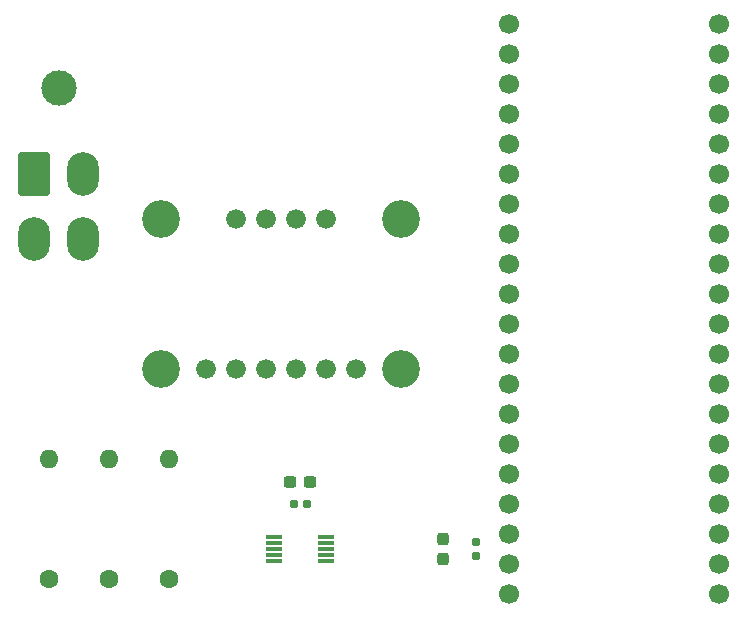
<source format=gbr>
%TF.GenerationSoftware,KiCad,Pcbnew,7.0.1*%
%TF.CreationDate,2023-05-07T00:29:05-04:00*%
%TF.ProjectId,integrated_joystick_dac,696e7465-6772-4617-9465-645f6a6f7973,rev?*%
%TF.SameCoordinates,Original*%
%TF.FileFunction,Soldermask,Top*%
%TF.FilePolarity,Negative*%
%FSLAX46Y46*%
G04 Gerber Fmt 4.6, Leading zero omitted, Abs format (unit mm)*
G04 Created by KiCad (PCBNEW 7.0.1) date 2023-05-07 00:29:05*
%MOMM*%
%LPD*%
G01*
G04 APERTURE LIST*
G04 Aperture macros list*
%AMRoundRect*
0 Rectangle with rounded corners*
0 $1 Rounding radius*
0 $2 $3 $4 $5 $6 $7 $8 $9 X,Y pos of 4 corners*
0 Add a 4 corners polygon primitive as box body*
4,1,4,$2,$3,$4,$5,$6,$7,$8,$9,$2,$3,0*
0 Add four circle primitives for the rounded corners*
1,1,$1+$1,$2,$3*
1,1,$1+$1,$4,$5*
1,1,$1+$1,$6,$7*
1,1,$1+$1,$8,$9*
0 Add four rect primitives between the rounded corners*
20,1,$1+$1,$2,$3,$4,$5,0*
20,1,$1+$1,$4,$5,$6,$7,0*
20,1,$1+$1,$6,$7,$8,$9,0*
20,1,$1+$1,$8,$9,$2,$3,0*%
G04 Aperture macros list end*
%ADD10RoundRect,0.155000X-0.212500X-0.155000X0.212500X-0.155000X0.212500X0.155000X-0.212500X0.155000X0*%
%ADD11RoundRect,0.237500X-0.300000X-0.237500X0.300000X-0.237500X0.300000X0.237500X-0.300000X0.237500X0*%
%ADD12C,3.200000*%
%ADD13C,1.676400*%
%ADD14RoundRect,0.155000X-0.155000X0.212500X-0.155000X-0.212500X0.155000X-0.212500X0.155000X0.212500X0*%
%ADD15RoundRect,0.237500X-0.237500X0.300000X-0.237500X-0.300000X0.237500X-0.300000X0.237500X0.300000X0*%
%ADD16C,3.000000*%
%ADD17RoundRect,0.250001X-1.099999X-1.599999X1.099999X-1.599999X1.099999X1.599999X-1.099999X1.599999X0*%
%ADD18O,2.700000X3.700000*%
%ADD19R,1.400000X0.300000*%
%ADD20O,1.600000X1.600000*%
%ADD21C,1.600000*%
%ADD22C,1.700000*%
G04 APERTURE END LIST*
D10*
%TO.C,C3*%
X155982500Y-80010000D03*
X157117500Y-80010000D03*
%TD*%
D11*
%TO.C,C4*%
X155687500Y-78105000D03*
X157412500Y-78105000D03*
%TD*%
D12*
%TO.C,U3*%
X144780000Y-55880000D03*
X144780000Y-68580000D03*
X165100000Y-55880000D03*
X165100000Y-68580000D03*
D13*
X151130000Y-55880000D03*
X153670000Y-55880000D03*
X156210000Y-55880000D03*
X158750000Y-55880000D03*
X148590000Y-68580000D03*
X151130000Y-68580000D03*
X153670000Y-68580000D03*
X156210000Y-68580000D03*
X158750000Y-68580000D03*
X161290000Y-68580000D03*
%TD*%
D14*
%TO.C,C2*%
X171450000Y-83252500D03*
X171450000Y-84387500D03*
%TD*%
D15*
%TO.C,C1*%
X168656000Y-82957500D03*
X168656000Y-84682500D03*
%TD*%
D16*
%TO.C,J1*%
X136085000Y-44770000D03*
D17*
X133985000Y-52070000D03*
D18*
X138185000Y-52070000D03*
X133985000Y-57570000D03*
X138185000Y-57570000D03*
%TD*%
D19*
%TO.C,U2*%
X154350000Y-82820000D03*
X154350000Y-83320000D03*
X154350000Y-83820000D03*
X154350000Y-84320000D03*
X154350000Y-84820000D03*
X158750000Y-84820000D03*
X158750000Y-84320000D03*
X158750000Y-83820000D03*
X158750000Y-83320000D03*
X158750000Y-82820000D03*
%TD*%
D20*
%TO.C,R3*%
X145415000Y-76200000D03*
D21*
X145415000Y-86360000D03*
%TD*%
D20*
%TO.C,R2*%
X140335000Y-76200000D03*
D21*
X140335000Y-86360000D03*
%TD*%
D20*
%TO.C,R1*%
X135255000Y-76200000D03*
D21*
X135255000Y-86360000D03*
%TD*%
D22*
%TO.C,U1*%
X174243000Y-87630000D03*
X174243000Y-85090000D03*
X174243000Y-82550000D03*
X174243000Y-80010000D03*
X174243000Y-77470000D03*
X174243000Y-74930000D03*
X174243000Y-72390000D03*
X174243000Y-69850000D03*
X174243000Y-67310000D03*
X174243000Y-64770000D03*
X174243000Y-62230000D03*
X174243000Y-59690000D03*
X174243000Y-57150000D03*
X174243000Y-54610000D03*
X174243000Y-52070000D03*
X174243000Y-49530000D03*
X174243000Y-46990000D03*
X174243000Y-44450000D03*
X174243000Y-41910000D03*
X174243000Y-39370000D03*
X192023000Y-39370000D03*
X192023000Y-41910000D03*
X192023000Y-44450000D03*
X192023000Y-46990000D03*
X192023000Y-49530000D03*
X192023000Y-52070000D03*
X192023000Y-54610000D03*
X192023000Y-57150000D03*
X192023000Y-59690000D03*
X192023000Y-62230000D03*
X192023000Y-64770000D03*
X192023000Y-67310000D03*
X192023000Y-69850000D03*
X192023000Y-72390000D03*
X192023000Y-74930000D03*
X192023000Y-77470000D03*
X192023000Y-80010000D03*
X192023000Y-82550000D03*
X192023000Y-85090000D03*
X192023000Y-87630000D03*
%TD*%
M02*

</source>
